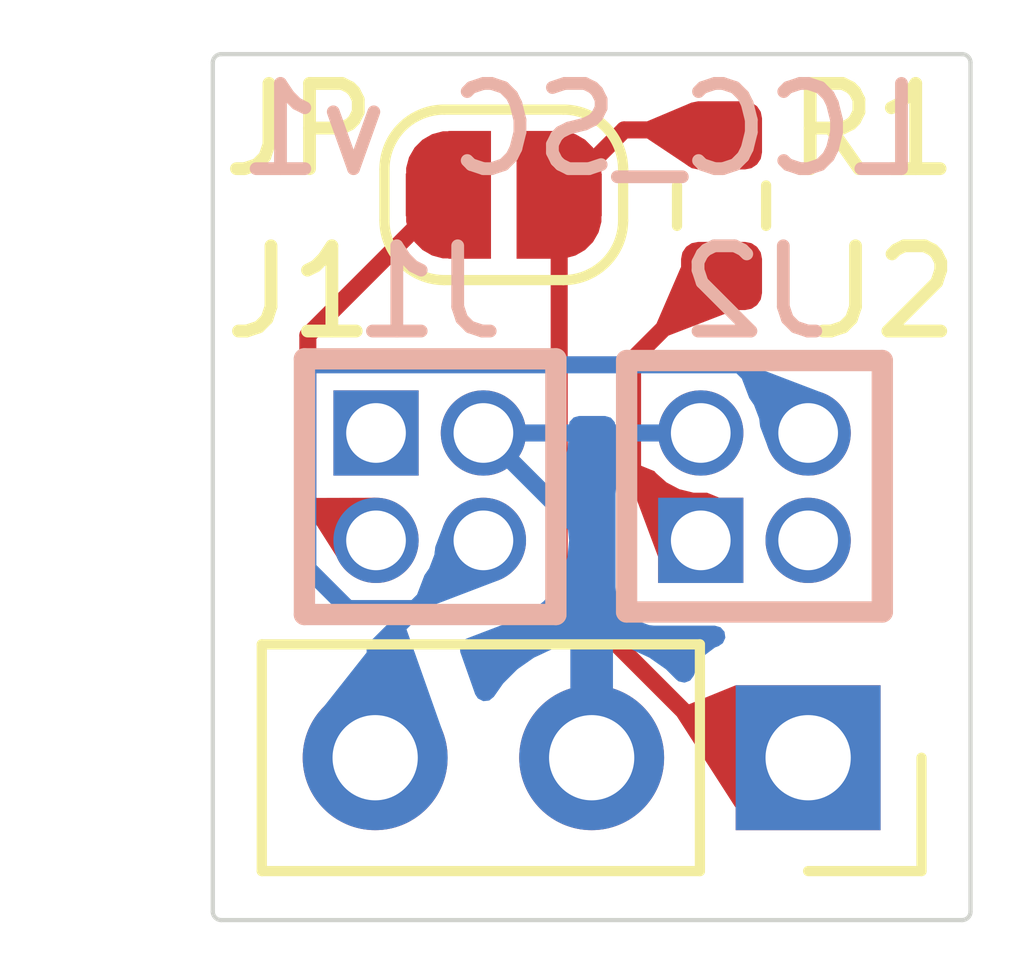
<source format=kicad_pcb>
(kicad_pcb (version 20240108) (generator "pcbnew") (generator_version "8.0")
  (layers (0 "F.Cu" signal) (31 "B.Cu" signal) (34 "B.Paste" user) (35 "F.Paste" user) (36 "B.SilkS" user "B.Silkscreen") (37 "F.SilkS" user "F.Silkscreen") (38 "B.Mask" user) (39 "F.Mask" user) (44 "Edge.Cuts" user))
  (net 0 "")
  (net 1 "/DOUT")
  (net 2 "/DATA")
  (net 4 "/DIN")
  (net 5 "/GND")
  (net 6 "/VDD")
  (footprint "Connector_PinSocket_2.54mm:PinSocket_1x03_P2.54mm_Vertical" (layer "F.Cu") (at 156.21 101.6 -90)
    (property "Reference" "J3" (hide yes))
    (property "Value" "Debug")
    (fp_line (start -1.33 6.41) (end 1.33 6.41) (stroke (width 0.12)) (layer "F.SilkS"))
    (fp_line (start -1.33 1.27) (end -1.33 6.41) (stroke (width 0.12)) (layer "F.SilkS"))
    (fp_line (start -1.33 1.27) (end 1.33 1.27) (stroke (width 0.12)) (layer "F.SilkS"))
    (fp_line (start 1.33 1.27) (end 1.33 6.41) (stroke (width 0.12)) (layer "F.SilkS"))
    (fp_line (start 0 -1.33) (end 1.33 -1.33) (stroke (width 0.12)) (layer "F.SilkS"))
    (fp_line (start 1.33 -1.33) (end 1.33 0) (stroke (width 0.12)) (layer "F.SilkS"))
    (pad "1" thru_hole rect (at 0 0 270) (size 1.7 1.7) (drill 1) (layers "*.Cu" "*.Mask") (net 2 "/DATA"))
    (pad "2" thru_hole oval (at 0 2.54 270) (size 1.7 1.7) (drill 1) (layers "*.Cu" "*.Mask") (net 5 "/GND"))
    (pad "3" thru_hole oval (at 0 5.08 270) (size 1.7 1.7) (drill 1) (layers "*.Cu" "*.Mask") (net 6 "/VDD"))
  )
  (footprint "Resistor_SMD:R_0603_1608Metric" (layer "F.Cu") (at 155.194 95.123 -90)
    (property "Reference" "R1" (at -0.889 -1.778 180) (layer "F.SilkS"))
    (property "Value" "220")
    (fp_line (start -0.237258 0.5225) (end 0.237258 0.5225) (stroke (width 0.12)) (layer "F.SilkS"))
    (fp_line (start -0.237258 -0.5225) (end 0.237258 -0.5225) (stroke (width 0.12)) (layer "F.SilkS"))
    (pad "1" smd roundrect (at -0.825 0 270) (size 0.8 0.95) (layers "F.Cu" "F.Paste" "F.Mask") (net 2 "/DATA"))
    (pad "2" smd roundrect (at 0.825 0 270) (size 0.8 0.95) (layers "F.Cu" "F.Paste" "F.Mask") (net 4 "/DIN"))
  )
  (footprint "Jumper:SolderJumper-2_P1.3mm_Open_RoundedPad1.0x1.5mm" (layer "F.Cu") (at 152.639 94.996)
    (property "Reference" "JP1" (hide yes))
    (property "Value" "Jumper_2_Open")
    (fp_line (start -1.4 0.3) (end -1.4 -0.3) (stroke (width 0.12)) (layer "F.SilkS"))
    (fp_line (start -0.7 -1) (end 0.7 -1) (stroke (width 0.12)) (layer "F.SilkS"))
    (fp_line (start 0.7 1) (end -0.7 1) (stroke (width 0.12)) (layer "F.SilkS"))
    (fp_line (start 1.4 -0.3) (end 1.4 0.3) (stroke (width 0.12)) (layer "F.SilkS"))
    (fp_arc (start -1.4 -0.3) (mid -1.194975 -0.794975) (end -0.7 -1) (stroke (width 0.12)) (layer "F.SilkS"))
    (fp_arc (start -0.7 1) (mid -1.194975 0.794975) (end -1.4 0.3) (stroke (width 0.12)) (layer "F.SilkS"))
    (fp_arc (start 0.7 -1) (mid 1.194975 -0.794975) (end 1.4 -0.3) (stroke (width 0.12)) (layer "F.SilkS"))
    (fp_arc (start 1.4 0.3) (mid 1.194975 0.794975) (end 0.7 1) (stroke (width 0.12)) (layer "F.SilkS"))
    (pad "1" smd custom (at -0.65 0) (size 1 0.5) (layers "F.Cu" "F.Mask") (net 1 "/DOUT") (options (clearance outline) (anchor rect)) (primitives (gr_circle (center 0 0.25) (end 0.5 0.25) (width 0) (fill yes)) (gr_circle (center 0 -0.25) (end 0.5 -0.25) (width 0) (fill yes)) (gr_poly (pts (xy 0.5 0.75) (xy 0 0.75) (xy 0 -0.75) (xy 0.5 -0.75)) (width 0) (fill yes))))
    (pad "2" smd custom (at 0.65 0) (size 1 0.5) (layers "F.Cu" "F.Mask") (net 2 "/DATA") (options (clearance outline) (anchor rect)) (primitives (gr_circle (center 0 0.25) (end 0.5 0.25) (width 0) (fill yes)) (gr_circle (center 0 -0.25) (end 0.5 -0.25) (width 0) (fill yes)) (gr_poly (pts (xy 0 0.75) (xy -0.5 0.75) (xy -0.5 -0.75) (xy 0 -0.75)) (width 0) (fill yes))))
  )
  (footprint "Library:HDR-TH_4P-P1.27-V-F-R2-C2-S1.27" (layer "B.Cu") (at 151.77 98.42)
    (property "Reference" "J1" (at -0.005 -2.281 180) (layer "B.SilkS") (effects (justify mirror)))
    (property "Value" "In")
    (fp_line (start -1.47 -1.5) (end -1.47 1.5) (stroke (width 0.25)) (layer "B.SilkS"))
    (fp_line (start 1.48 -1.5) (end -1.47 -1.5) (stroke (width 0.25)) (layer "B.SilkS"))
    (fp_line (start 1.48 -1.5) (end 1.48 1.5) (stroke (width 0.25)) (layer "B.SilkS"))
    (fp_line (start 1.48 1.5) (end -1.47 1.5) (stroke (width 0.25)) (layer "B.SilkS"))
    (pad "1" thru_hole rect (at -0.63 -0.63) (size 1 1) (drill 0.700024) (layers "*.Cu" "*.Mask"))
    (pad "2" thru_hole circle (at -0.63 0.63) (size 1 1) (drill 0.700024) (layers "*.Cu" "*.Mask") (net 1 "/DOUT"))
    (pad "3" thru_hole circle (at 0.63 -0.63) (size 1 1) (drill 0.700024) (layers "*.Cu" "*.Mask") (net 5 "/GND"))
    (pad "4" thru_hole circle (at 0.63 0.63) (size 1 1) (drill 0.700024) (layers "*.Cu" "*.Mask") (net 6 "/VDD"))
  )
  (footprint "Library:HDR-TH_4P-P1.27-V-F-R2-C2-S1.27" (layer "B.Cu") (at 155.58 98.42 90)
    (property "Reference" "J2" (at 2.281 0.005 360) (layer "B.SilkS") (effects (justify mirror)))
    (property "Value" "Out")
    (fp_line (start 1.48 -1.5) (end -1.47 -1.5) (stroke (width 0.25)) (layer "B.SilkS"))
    (fp_line (start 1.48 -1.5) (end 1.48 1.5) (stroke (width 0.25)) (layer "B.SilkS"))
    (fp_line (start -1.47 -1.5) (end -1.47 1.5) (stroke (width 0.25)) (layer "B.SilkS"))
    (fp_line (start 1.48 1.5) (end -1.47 1.5) (stroke (width 0.25)) (layer "B.SilkS"))
    (pad "1" thru_hole rect (at -0.63 -0.63 90) (size 1 1) (drill 0.700024) (layers "*.Cu" "*.Mask") (net 4 "/DIN"))
    (pad "2" thru_hole circle (at -0.63 0.63 90) (size 1 1) (drill 0.700024) (layers "*.Cu" "*.Mask"))
    (pad "3" thru_hole circle (at 0.63 -0.63 90) (size 1 1) (drill 0.700024) (layers "*.Cu" "*.Mask") (net 5 "/GND"))
    (pad "4" thru_hole circle (at 0.63 0.63 90) (size 1 1) (drill 0.700024) (layers "*.Cu" "*.Mask") (net 6 "/VDD"))
  )
  (gr_arc (start 158.115 103.405) (mid 158.085711 103.475711) (end 158.015 103.505) (stroke (width 0.05)) (layer "Edge.Cuts"))
  (gr_line (start 158.015 103.505) (end 149.325 103.505) (stroke (width 0.05)) (layer "Edge.Cuts"))
  (gr_arc (start 149.225 93.445) (mid 149.254289 93.374289) (end 149.325 93.345) (stroke (width 0.05)) (layer "Edge.Cuts"))
  (gr_line (start 149.225 103.405) (end 149.225 93.445) (stroke (width 0.05)) (layer "Edge.Cuts"))
  (gr_line (start 149.325 93.345) (end 158.015 93.345) (stroke (width 0.05)) (layer "Edge.Cuts"))
  (gr_arc (start 149.325 103.505) (mid 149.254289 103.475711) (end 149.225 103.405) (stroke (width 0.05)) (layer "Edge.Cuts"))
  (gr_arc (start 158.015 93.345) (mid 158.085711 93.374289) (end 158.115 93.445) (stroke (width 0.05)) (layer "Edge.Cuts"))
  (gr_line (start 158.115 93.445) (end 158.115 103.405) (stroke (width 0.05)) (layer "Edge.Cuts"))
  (gr_text "LCC_SC v1" (at 153.543 94.234 0) (layer "B.SilkS") (effects (font (size 1 1)) (justify mirror)))
  (gr_text "JP" (at 150.241 94.234 0) (layer "F.SilkS") (effects (font (size 1 1))))
  (gr_text "J2" (at 157.099 96.139 -0) (layer "F.SilkS") (effects (font (size 1 1))))
  (gr_text "J1" (at 150.241 96.139 -0) (layer "F.SilkS") (effects (font (size 1 1))))
  (segment (start 150.8 99.05) (end 151.14 99.05) (width 0.2) (layer "F.Cu") (net 1))
  (segment (start 150.34 96.645) (end 150.34 98.59) (width 0.2) (layer "F.Cu") (net 1))
  (segment (start 150.34 98.59) (end 150.8 99.05) (width 0.2) (layer "F.Cu") (net 1))
  (segment (start 151.989 94.996) (end 150.34 96.645) (width 0.2) (layer "F.Cu") (net 1))
  (segment (start 153.289 94.996) (end 153.289 99.592654) (width 0.2) (layer "F.Cu") (net 2))
  (segment (start 153.289 99.592654) (end 155.296346 101.6) (width 0.2) (layer "F.Cu") (net 2))
  (segment (start 153.289 94.996) (end 154.051 94.234) (width 0.2) (layer "F.Cu") (net 2))
  (segment (start 155.296346 101.6) (end 156.21 101.6) (width 0.2) (layer "F.Cu") (net 2))
  (segment (start 154.051 94.234) (end 155.194 94.234) (width 0.2) (layer "F.Cu") (net 2))
  (segment (start 154.15 98.25) (end 154.95 99.05) (width 0.2) (layer "F.Cu") (net 4))
  (segment (start 154.15 96.928) (end 154.15 98.25) (width 0.2) (layer "F.Cu") (net 4))
  (segment (start 155.194 95.884) (end 154.15 96.928) (width 0.2) (layer "F.Cu") (net 4))
  (segment (start 153.67 99.06) (end 153.67 101.6) (width 0.2) (layer "B.Cu") (net 5))
  (segment (start 152.4 97.79) (end 153.67 99.06) (width 0.2) (layer "B.Cu") (net 5))
  (segment (start 152.4 97.79) (end 154.95 97.79) (width 0.2) (layer "B.Cu") (net 5))
  (segment (start 151.13 101.6) (end 151.13 100.32) (width 0.2) (layer "B.Cu") (net 6))
  (segment (start 151.13 100.32) (end 152.4 99.05) (width 0.2) (layer "B.Cu") (net 6))
  (segment (start 150.34 99.381371) (end 150.808629 99.85) (width 0.2) (layer "B.Cu") (net 6))
  (segment (start 155.41 96.99) (end 150.34 96.99) (width 0.2) (layer "B.Cu") (net 6))
  (segment (start 150.34 96.99) (end 150.34 99.381371) (width 0.2) (layer "B.Cu") (net 6))
  (segment (start 150.808629 99.85) (end 151.6 99.85) (width 0.2) (layer "B.Cu") (net 6))
  (segment (start 156.21 97.79) (end 155.41 96.99) (width 0.2) (layer "B.Cu") (net 6))
  (segment (start 151.6 99.85) (end 152.4 99.05) (width 0.2) (layer "B.Cu") (net 6))
  (zone (net 5) (net_name "/GND") (layers "F&B.Cu") (connect_pads (clearance 0.5)) (min_thickness 0.25) (fill yes (thermal_gap 0.5) (thermal_bridge_width 0.5))
    (polygon (pts (xy 148.59 92.71) (xy 158.75 92.71) (xy 158.75 104.14) (xy 148.59 104.14)))
  )
)
</source>
